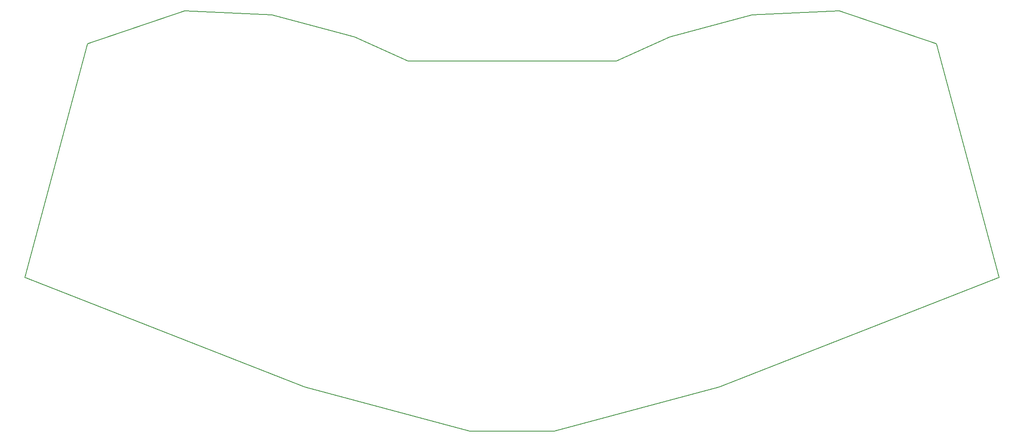
<source format=gm1>
G04 #@! TF.GenerationSoftware,KiCad,Pcbnew,8.0.6+1*
G04 #@! TF.CreationDate,2024-11-04T17:59:47+01:00*
G04 #@! TF.ProjectId,keymini,6b65796d-696e-4692-9e6b-696361645f70,rev?*
G04 #@! TF.SameCoordinates,Original*
G04 #@! TF.FileFunction,Profile,NP*
%FSLAX46Y46*%
G04 Gerber Fmt 4.6, Leading zero omitted, Abs format (unit mm)*
G04 Created by KiCad (PCBNEW 8.0.6+1) date 2024-11-04 17:59:47*
%MOMM*%
%LPD*%
G01*
G04 APERTURE LIST*
G04 #@! TA.AperFunction,Profile*
%ADD10C,0.200000*%
G04 #@! TD*
G04 APERTURE END LIST*
D10*
X99392900Y-20228200D02*
X80971000Y-19433200D01*
X252721000Y-75627700D02*
X239521500Y-26365600D01*
X219029000Y-19433200D02*
X200607100Y-20228200D01*
X158906360Y-108012300D02*
X193679700Y-98694800D01*
X239521500Y-26365600D02*
X219029000Y-19433200D01*
X116779600Y-24887000D02*
X99392900Y-20228200D01*
X47279000Y-75627700D02*
X106320300Y-98694800D01*
X80971000Y-19433200D02*
X60478500Y-26365600D01*
X171981300Y-30000000D02*
X128018700Y-30000000D01*
X60478500Y-26365600D02*
X47279000Y-75627700D01*
X106320300Y-98694800D02*
X141093640Y-108012300D01*
X183220400Y-24887000D02*
X171981300Y-30000000D01*
X141093640Y-108012300D02*
X158906360Y-108012300D01*
X200607100Y-20228200D02*
X183220400Y-24887000D01*
X193679700Y-98694800D02*
X252721000Y-75627700D01*
X128018700Y-30000000D02*
X116779600Y-24887000D01*
M02*

</source>
